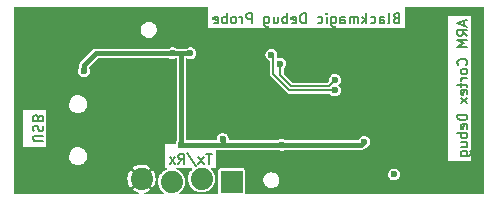
<source format=gbr>
%TF.GenerationSoftware,KiCad,Pcbnew,(6.0.7)*%
%TF.CreationDate,2022-08-30T17:51:16+02:00*%
%TF.ProjectId,blackmagic_richardeoin,626c6163-6b6d-4616-9769-635f72696368,rev?*%
%TF.SameCoordinates,Original*%
%TF.FileFunction,Copper,L2,Bot*%
%TF.FilePolarity,Positive*%
%FSLAX46Y46*%
G04 Gerber Fmt 4.6, Leading zero omitted, Abs format (unit mm)*
G04 Created by KiCad (PCBNEW (6.0.7)) date 2022-08-30 17:51:16*
%MOMM*%
%LPD*%
G01*
G04 APERTURE LIST*
%ADD10C,0.150000*%
%TA.AperFunction,NonConductor*%
%ADD11C,0.150000*%
%TD*%
%TA.AperFunction,ComponentPad*%
%ADD12R,1.879600X1.879600*%
%TD*%
%TA.AperFunction,ComponentPad*%
%ADD13C,1.879600*%
%TD*%
%TA.AperFunction,ViaPad*%
%ADD14C,0.600000*%
%TD*%
%TA.AperFunction,Conductor*%
%ADD15C,0.150000*%
%TD*%
%TA.AperFunction,Conductor*%
%ADD16C,0.400000*%
%TD*%
G04 APERTURE END LIST*
D10*
D11*
X165321547Y-101509523D02*
X164835833Y-101509523D01*
X165078690Y-102359523D02*
X165078690Y-101509523D01*
X164633452Y-102359523D02*
X164188214Y-101792857D01*
X164633452Y-101792857D02*
X164188214Y-102359523D01*
X163257261Y-101469047D02*
X163985833Y-102561904D01*
X162488214Y-102359523D02*
X162771547Y-101954761D01*
X162973928Y-102359523D02*
X162973928Y-101509523D01*
X162650119Y-101509523D01*
X162569166Y-101550000D01*
X162528690Y-101590476D01*
X162488214Y-101671428D01*
X162488214Y-101792857D01*
X162528690Y-101873809D01*
X162569166Y-101914285D01*
X162650119Y-101954761D01*
X162973928Y-101954761D01*
X162204880Y-102359523D02*
X161759642Y-101792857D01*
X162204880Y-101792857D02*
X161759642Y-102359523D01*
D10*
D11*
X151041576Y-100448719D02*
X150353480Y-100448719D01*
X150272528Y-100408242D01*
X150232052Y-100367766D01*
X150191576Y-100286814D01*
X150191576Y-100124909D01*
X150232052Y-100043957D01*
X150272528Y-100003480D01*
X150353480Y-99963004D01*
X151041576Y-99963004D01*
X150232052Y-99598719D02*
X150191576Y-99477290D01*
X150191576Y-99274909D01*
X150232052Y-99193957D01*
X150272528Y-99153480D01*
X150353480Y-99113004D01*
X150434433Y-99113004D01*
X150515385Y-99153480D01*
X150555861Y-99193957D01*
X150596338Y-99274909D01*
X150636814Y-99436814D01*
X150677290Y-99517766D01*
X150717766Y-99558242D01*
X150798719Y-99598719D01*
X150879671Y-99598719D01*
X150960623Y-99558242D01*
X151001100Y-99517766D01*
X151041576Y-99436814D01*
X151041576Y-99234433D01*
X151001100Y-99113004D01*
X150636814Y-98465385D02*
X150596338Y-98343957D01*
X150555861Y-98303480D01*
X150474909Y-98263004D01*
X150353480Y-98263004D01*
X150272528Y-98303480D01*
X150232052Y-98343957D01*
X150191576Y-98424909D01*
X150191576Y-98748719D01*
X151041576Y-98748719D01*
X151041576Y-98465385D01*
X151001100Y-98384433D01*
X150960623Y-98343957D01*
X150879671Y-98303480D01*
X150798719Y-98303480D01*
X150717766Y-98343957D01*
X150677290Y-98384433D01*
X150636814Y-98465385D01*
X150636814Y-98748719D01*
D10*
D11*
X180917885Y-90017885D02*
X180796457Y-90058361D01*
X180755980Y-90098838D01*
X180715504Y-90179790D01*
X180715504Y-90301219D01*
X180755980Y-90382171D01*
X180796457Y-90422647D01*
X180877409Y-90463123D01*
X181201219Y-90463123D01*
X181201219Y-89613123D01*
X180917885Y-89613123D01*
X180836933Y-89653600D01*
X180796457Y-89694076D01*
X180755980Y-89775028D01*
X180755980Y-89855980D01*
X180796457Y-89936933D01*
X180836933Y-89977409D01*
X180917885Y-90017885D01*
X181201219Y-90017885D01*
X180229790Y-90463123D02*
X180310742Y-90422647D01*
X180351219Y-90341695D01*
X180351219Y-89613123D01*
X179541695Y-90463123D02*
X179541695Y-90017885D01*
X179582171Y-89936933D01*
X179663123Y-89896457D01*
X179825028Y-89896457D01*
X179905980Y-89936933D01*
X179541695Y-90422647D02*
X179622647Y-90463123D01*
X179825028Y-90463123D01*
X179905980Y-90422647D01*
X179946457Y-90341695D01*
X179946457Y-90260742D01*
X179905980Y-90179790D01*
X179825028Y-90139314D01*
X179622647Y-90139314D01*
X179541695Y-90098838D01*
X178772647Y-90422647D02*
X178853600Y-90463123D01*
X179015504Y-90463123D01*
X179096457Y-90422647D01*
X179136933Y-90382171D01*
X179177409Y-90301219D01*
X179177409Y-90058361D01*
X179136933Y-89977409D01*
X179096457Y-89936933D01*
X179015504Y-89896457D01*
X178853600Y-89896457D01*
X178772647Y-89936933D01*
X178408361Y-90463123D02*
X178408361Y-89613123D01*
X178327409Y-90139314D02*
X178084552Y-90463123D01*
X178084552Y-89896457D02*
X178408361Y-90220266D01*
X177720266Y-90463123D02*
X177720266Y-89896457D01*
X177720266Y-89977409D02*
X177679790Y-89936933D01*
X177598838Y-89896457D01*
X177477409Y-89896457D01*
X177396457Y-89936933D01*
X177355980Y-90017885D01*
X177355980Y-90463123D01*
X177355980Y-90017885D02*
X177315504Y-89936933D01*
X177234552Y-89896457D01*
X177113123Y-89896457D01*
X177032171Y-89936933D01*
X176991695Y-90017885D01*
X176991695Y-90463123D01*
X176222647Y-90463123D02*
X176222647Y-90017885D01*
X176263123Y-89936933D01*
X176344076Y-89896457D01*
X176505980Y-89896457D01*
X176586933Y-89936933D01*
X176222647Y-90422647D02*
X176303600Y-90463123D01*
X176505980Y-90463123D01*
X176586933Y-90422647D01*
X176627409Y-90341695D01*
X176627409Y-90260742D01*
X176586933Y-90179790D01*
X176505980Y-90139314D01*
X176303600Y-90139314D01*
X176222647Y-90098838D01*
X175453600Y-89896457D02*
X175453600Y-90584552D01*
X175494076Y-90665504D01*
X175534552Y-90705980D01*
X175615504Y-90746457D01*
X175736933Y-90746457D01*
X175817885Y-90705980D01*
X175453600Y-90422647D02*
X175534552Y-90463123D01*
X175696457Y-90463123D01*
X175777409Y-90422647D01*
X175817885Y-90382171D01*
X175858361Y-90301219D01*
X175858361Y-90058361D01*
X175817885Y-89977409D01*
X175777409Y-89936933D01*
X175696457Y-89896457D01*
X175534552Y-89896457D01*
X175453600Y-89936933D01*
X175048838Y-90463123D02*
X175048838Y-89896457D01*
X175048838Y-89613123D02*
X175089314Y-89653600D01*
X175048838Y-89694076D01*
X175008361Y-89653600D01*
X175048838Y-89613123D01*
X175048838Y-89694076D01*
X174279790Y-90422647D02*
X174360742Y-90463123D01*
X174522647Y-90463123D01*
X174603600Y-90422647D01*
X174644076Y-90382171D01*
X174684552Y-90301219D01*
X174684552Y-90058361D01*
X174644076Y-89977409D01*
X174603600Y-89936933D01*
X174522647Y-89896457D01*
X174360742Y-89896457D01*
X174279790Y-89936933D01*
X173267885Y-90463123D02*
X173267885Y-89613123D01*
X173065504Y-89613123D01*
X172944076Y-89653600D01*
X172863123Y-89734552D01*
X172822647Y-89815504D01*
X172782171Y-89977409D01*
X172782171Y-90098838D01*
X172822647Y-90260742D01*
X172863123Y-90341695D01*
X172944076Y-90422647D01*
X173065504Y-90463123D01*
X173267885Y-90463123D01*
X172094076Y-90422647D02*
X172175028Y-90463123D01*
X172336933Y-90463123D01*
X172417885Y-90422647D01*
X172458361Y-90341695D01*
X172458361Y-90017885D01*
X172417885Y-89936933D01*
X172336933Y-89896457D01*
X172175028Y-89896457D01*
X172094076Y-89936933D01*
X172053600Y-90017885D01*
X172053600Y-90098838D01*
X172458361Y-90179790D01*
X171689314Y-90463123D02*
X171689314Y-89613123D01*
X171689314Y-89936933D02*
X171608361Y-89896457D01*
X171446457Y-89896457D01*
X171365504Y-89936933D01*
X171325028Y-89977409D01*
X171284552Y-90058361D01*
X171284552Y-90301219D01*
X171325028Y-90382171D01*
X171365504Y-90422647D01*
X171446457Y-90463123D01*
X171608361Y-90463123D01*
X171689314Y-90422647D01*
X170555980Y-89896457D02*
X170555980Y-90463123D01*
X170920266Y-89896457D02*
X170920266Y-90341695D01*
X170879790Y-90422647D01*
X170798838Y-90463123D01*
X170677409Y-90463123D01*
X170596457Y-90422647D01*
X170555980Y-90382171D01*
X169786933Y-89896457D02*
X169786933Y-90584552D01*
X169827409Y-90665504D01*
X169867885Y-90705980D01*
X169948838Y-90746457D01*
X170070266Y-90746457D01*
X170151219Y-90705980D01*
X169786933Y-90422647D02*
X169867885Y-90463123D01*
X170029790Y-90463123D01*
X170110742Y-90422647D01*
X170151219Y-90382171D01*
X170191695Y-90301219D01*
X170191695Y-90058361D01*
X170151219Y-89977409D01*
X170110742Y-89936933D01*
X170029790Y-89896457D01*
X169867885Y-89896457D01*
X169786933Y-89936933D01*
X168734552Y-90463123D02*
X168734552Y-89613123D01*
X168410742Y-89613123D01*
X168329790Y-89653600D01*
X168289314Y-89694076D01*
X168248838Y-89775028D01*
X168248838Y-89896457D01*
X168289314Y-89977409D01*
X168329790Y-90017885D01*
X168410742Y-90058361D01*
X168734552Y-90058361D01*
X167884552Y-90463123D02*
X167884552Y-89896457D01*
X167884552Y-90058361D02*
X167844076Y-89977409D01*
X167803600Y-89936933D01*
X167722647Y-89896457D01*
X167641695Y-89896457D01*
X167236933Y-90463123D02*
X167317885Y-90422647D01*
X167358361Y-90382171D01*
X167398838Y-90301219D01*
X167398838Y-90058361D01*
X167358361Y-89977409D01*
X167317885Y-89936933D01*
X167236933Y-89896457D01*
X167115504Y-89896457D01*
X167034552Y-89936933D01*
X166994076Y-89977409D01*
X166953600Y-90058361D01*
X166953600Y-90301219D01*
X166994076Y-90382171D01*
X167034552Y-90422647D01*
X167115504Y-90463123D01*
X167236933Y-90463123D01*
X166589314Y-90463123D02*
X166589314Y-89613123D01*
X166589314Y-89936933D02*
X166508361Y-89896457D01*
X166346457Y-89896457D01*
X166265504Y-89936933D01*
X166225028Y-89977409D01*
X166184552Y-90058361D01*
X166184552Y-90301219D01*
X166225028Y-90382171D01*
X166265504Y-90422647D01*
X166346457Y-90463123D01*
X166508361Y-90463123D01*
X166589314Y-90422647D01*
X165496457Y-90422647D02*
X165577409Y-90463123D01*
X165739314Y-90463123D01*
X165820266Y-90422647D01*
X165860742Y-90341695D01*
X165860742Y-90017885D01*
X165820266Y-89936933D01*
X165739314Y-89896457D01*
X165577409Y-89896457D01*
X165496457Y-89936933D01*
X165455980Y-90017885D01*
X165455980Y-90098838D01*
X165860742Y-90179790D01*
D10*
D11*
X186717766Y-90263004D02*
X186717766Y-90667766D01*
X186960623Y-90182052D02*
X186110623Y-90465385D01*
X186960623Y-90748719D01*
X186960623Y-91517766D02*
X186555861Y-91234433D01*
X186960623Y-91032052D02*
X186110623Y-91032052D01*
X186110623Y-91355861D01*
X186151100Y-91436814D01*
X186191576Y-91477290D01*
X186272528Y-91517766D01*
X186393957Y-91517766D01*
X186474909Y-91477290D01*
X186515385Y-91436814D01*
X186555861Y-91355861D01*
X186555861Y-91032052D01*
X186960623Y-91882052D02*
X186110623Y-91882052D01*
X186717766Y-92165385D01*
X186110623Y-92448719D01*
X186960623Y-92448719D01*
X186879671Y-93986814D02*
X186920147Y-93946338D01*
X186960623Y-93824909D01*
X186960623Y-93743957D01*
X186920147Y-93622528D01*
X186839195Y-93541576D01*
X186758242Y-93501100D01*
X186596338Y-93460623D01*
X186474909Y-93460623D01*
X186313004Y-93501100D01*
X186232052Y-93541576D01*
X186151100Y-93622528D01*
X186110623Y-93743957D01*
X186110623Y-93824909D01*
X186151100Y-93946338D01*
X186191576Y-93986814D01*
X186960623Y-94472528D02*
X186920147Y-94391576D01*
X186879671Y-94351100D01*
X186798719Y-94310623D01*
X186555861Y-94310623D01*
X186474909Y-94351100D01*
X186434433Y-94391576D01*
X186393957Y-94472528D01*
X186393957Y-94593957D01*
X186434433Y-94674909D01*
X186474909Y-94715385D01*
X186555861Y-94755861D01*
X186798719Y-94755861D01*
X186879671Y-94715385D01*
X186920147Y-94674909D01*
X186960623Y-94593957D01*
X186960623Y-94472528D01*
X186960623Y-95120147D02*
X186393957Y-95120147D01*
X186555861Y-95120147D02*
X186474909Y-95160623D01*
X186434433Y-95201100D01*
X186393957Y-95282052D01*
X186393957Y-95363004D01*
X186393957Y-95524909D02*
X186393957Y-95848719D01*
X186110623Y-95646338D02*
X186839195Y-95646338D01*
X186920147Y-95686814D01*
X186960623Y-95767766D01*
X186960623Y-95848719D01*
X186920147Y-96455861D02*
X186960623Y-96374909D01*
X186960623Y-96213004D01*
X186920147Y-96132052D01*
X186839195Y-96091576D01*
X186515385Y-96091576D01*
X186434433Y-96132052D01*
X186393957Y-96213004D01*
X186393957Y-96374909D01*
X186434433Y-96455861D01*
X186515385Y-96496338D01*
X186596338Y-96496338D01*
X186677290Y-96091576D01*
X186960623Y-96779671D02*
X186393957Y-97224909D01*
X186393957Y-96779671D02*
X186960623Y-97224909D01*
X186960623Y-98196338D02*
X186110623Y-98196338D01*
X186110623Y-98398719D01*
X186151100Y-98520147D01*
X186232052Y-98601100D01*
X186313004Y-98641576D01*
X186474909Y-98682052D01*
X186596338Y-98682052D01*
X186758242Y-98641576D01*
X186839195Y-98601100D01*
X186920147Y-98520147D01*
X186960623Y-98398719D01*
X186960623Y-98196338D01*
X186920147Y-99370147D02*
X186960623Y-99289195D01*
X186960623Y-99127290D01*
X186920147Y-99046338D01*
X186839195Y-99005861D01*
X186515385Y-99005861D01*
X186434433Y-99046338D01*
X186393957Y-99127290D01*
X186393957Y-99289195D01*
X186434433Y-99370147D01*
X186515385Y-99410623D01*
X186596338Y-99410623D01*
X186677290Y-99005861D01*
X186960623Y-99774909D02*
X186110623Y-99774909D01*
X186434433Y-99774909D02*
X186393957Y-99855861D01*
X186393957Y-100017766D01*
X186434433Y-100098719D01*
X186474909Y-100139195D01*
X186555861Y-100179671D01*
X186798719Y-100179671D01*
X186879671Y-100139195D01*
X186920147Y-100098719D01*
X186960623Y-100017766D01*
X186960623Y-99855861D01*
X186920147Y-99774909D01*
X186393957Y-100908242D02*
X186960623Y-100908242D01*
X186393957Y-100543957D02*
X186839195Y-100543957D01*
X186920147Y-100584433D01*
X186960623Y-100665385D01*
X186960623Y-100786814D01*
X186920147Y-100867766D01*
X186879671Y-100908242D01*
X186393957Y-101677290D02*
X187082052Y-101677290D01*
X187163004Y-101636814D01*
X187203480Y-101596338D01*
X187243957Y-101515385D01*
X187243957Y-101393957D01*
X187203480Y-101313004D01*
X186920147Y-101677290D02*
X186960623Y-101596338D01*
X186960623Y-101434433D01*
X186920147Y-101353480D01*
X186879671Y-101313004D01*
X186798719Y-101272528D01*
X186555861Y-101272528D01*
X186474909Y-101313004D01*
X186434433Y-101353480D01*
X186393957Y-101434433D01*
X186393957Y-101596338D01*
X186434433Y-101677290D01*
D12*
%TO.P,JP1,1*%
%TO.N,3.3V*%
X167001100Y-103880600D03*
D13*
%TO.P,JP1,2*%
%TO.N,TXD*%
X164461100Y-103626600D03*
%TO.P,JP1,3*%
%TO.N,RXD*%
X161921100Y-103880600D03*
%TO.P,JP1,4*%
%TO.N,GND*%
X159381100Y-103626600D03*
%TD*%
D14*
%TO.N,GND*%
X182275000Y-102825000D03*
X154001100Y-104503600D03*
X183001100Y-89503600D03*
X164751100Y-94253600D03*
X149001100Y-94503600D03*
X158001100Y-102003600D03*
%TO.N,LPC_XTAL2*%
X180751100Y-103253600D03*
%TO.N,GND*%
X156751100Y-91003600D03*
X164001100Y-99503600D03*
X188001100Y-89503600D03*
X169251100Y-100003600D03*
X159126100Y-91878600D03*
X178376100Y-104503600D03*
X188001100Y-93503600D03*
X162001100Y-93753600D03*
X175751100Y-94378600D03*
X149001100Y-104503600D03*
X176001100Y-103253600D03*
X149001100Y-99503600D03*
X170001100Y-96753600D03*
X188001100Y-100503600D03*
X188001100Y-104503600D03*
X175751100Y-100003600D03*
%TO.N,RST*%
X175751100Y-95253600D03*
X171126100Y-93878600D03*
%TO.N,TDI*%
X170376100Y-93128600D03*
X175751100Y-96128600D03*
%TO.N,3.3V*%
X162001100Y-93003600D03*
X178251100Y-100503600D03*
X162751100Y-100753600D03*
X166251100Y-100253600D03*
X171251100Y-100753600D03*
X154501100Y-94503600D03*
X163501100Y-93003600D03*
%TD*%
D15*
%TO.N,RST*%
X172001100Y-95753600D02*
X175251100Y-95753600D01*
X171126100Y-94878600D02*
X172001100Y-95753600D01*
X175251100Y-95753600D02*
X175751100Y-95253600D01*
X171126100Y-94878600D02*
X171126100Y-93878600D01*
%TO.N,TDI*%
X170501100Y-94753600D02*
X171876100Y-96128600D01*
X170501100Y-93253600D02*
X170501100Y-94753600D01*
X170376100Y-93128600D02*
X170501100Y-93253600D01*
X171876100Y-96128600D02*
X175751100Y-96128600D01*
D16*
%TO.N,3.3V*%
X178001100Y-100753600D02*
X178251100Y-100503600D01*
X166251100Y-100753600D02*
X166251100Y-100253600D01*
X162751100Y-100753600D02*
X162751100Y-93003600D01*
X154501100Y-94003600D02*
X154501100Y-94503600D01*
X162751100Y-100753600D02*
X166251100Y-100753600D01*
X166251100Y-100753600D02*
X171251100Y-100753600D01*
X163501100Y-93003600D02*
X162751100Y-93003600D01*
X178001100Y-100753600D02*
X171251100Y-100753600D01*
X155501100Y-93003600D02*
X154501100Y-94003600D01*
X162001100Y-93003600D02*
X155501100Y-93003600D01*
X162751100Y-93003600D02*
X162001100Y-93003600D01*
%TD*%
%TA.AperFunction,Conductor*%
%TO.N,GND*%
G36*
X165026490Y-89115086D02*
G01*
X165041076Y-89150300D01*
X165041076Y-90816600D01*
X181701600Y-90816600D01*
X181701600Y-89150300D01*
X181716186Y-89115086D01*
X181751400Y-89100500D01*
X188349700Y-89100500D01*
X188384914Y-89115086D01*
X188399500Y-89150300D01*
X188399500Y-104849700D01*
X188384914Y-104884914D01*
X188349700Y-104899500D01*
X168190259Y-104899500D01*
X168155045Y-104884914D01*
X168140459Y-104849700D01*
X168140699Y-104844818D01*
X168140923Y-104842548D01*
X168141400Y-104840148D01*
X168141400Y-103831810D01*
X169700149Y-103831810D01*
X169738316Y-103990790D01*
X169739692Y-103993455D01*
X169739693Y-103993459D01*
X169789634Y-104090217D01*
X169813304Y-104136076D01*
X169920783Y-104259281D01*
X169923235Y-104261004D01*
X169923238Y-104261007D01*
X169943490Y-104275240D01*
X170054548Y-104353293D01*
X170057341Y-104354382D01*
X170057343Y-104354383D01*
X170104268Y-104372678D01*
X170206876Y-104412683D01*
X170209850Y-104413075D01*
X170209852Y-104413075D01*
X170311526Y-104426461D01*
X170331573Y-104429100D01*
X170417096Y-104429100D01*
X170418588Y-104428919D01*
X170418595Y-104428919D01*
X170493270Y-104419882D01*
X170538413Y-104414419D01*
X170541221Y-104413358D01*
X170541225Y-104413357D01*
X170688548Y-104357688D01*
X170688550Y-104357687D01*
X170691355Y-104356627D01*
X170694621Y-104354383D01*
X170763599Y-104306975D01*
X170826097Y-104264021D01*
X170828092Y-104261782D01*
X170932865Y-104144188D01*
X170932868Y-104144184D01*
X170934860Y-104141948D01*
X170936771Y-104138340D01*
X171004222Y-104010945D01*
X171011365Y-103997455D01*
X171051195Y-103838884D01*
X171051333Y-103812643D01*
X171051880Y-103708022D01*
X171052051Y-103675390D01*
X171013884Y-103516410D01*
X171012508Y-103513745D01*
X171012507Y-103513741D01*
X170946606Y-103386061D01*
X170938896Y-103371124D01*
X170831417Y-103247919D01*
X170830711Y-103247423D01*
X180245491Y-103247423D01*
X180264080Y-103389579D01*
X180271333Y-103406062D01*
X180318713Y-103513741D01*
X180321820Y-103520803D01*
X180324104Y-103523520D01*
X180387471Y-103598904D01*
X180414070Y-103630548D01*
X180533413Y-103709990D01*
X180536801Y-103711048D01*
X180536802Y-103711049D01*
X180560953Y-103718594D01*
X180670257Y-103752742D01*
X180673802Y-103752807D01*
X180810051Y-103755305D01*
X180813599Y-103755370D01*
X180951917Y-103717660D01*
X181074091Y-103642645D01*
X181170300Y-103536354D01*
X181232810Y-103407333D01*
X181256596Y-103265954D01*
X181256747Y-103253600D01*
X181255934Y-103247919D01*
X181236926Y-103115194D01*
X181236423Y-103111682D01*
X181186958Y-103002888D01*
X181178552Y-102984400D01*
X181178551Y-102984398D01*
X181177084Y-102981172D01*
X181174773Y-102978490D01*
X181174771Y-102978487D01*
X181091529Y-102881881D01*
X181083500Y-102872563D01*
X181080525Y-102870635D01*
X181080522Y-102870632D01*
X180972052Y-102800326D01*
X180963195Y-102794585D01*
X180825839Y-102753507D01*
X180822292Y-102753485D01*
X180822290Y-102753485D01*
X180756705Y-102753085D01*
X180682476Y-102752631D01*
X180544629Y-102792028D01*
X180423380Y-102868530D01*
X180421031Y-102871190D01*
X180331760Y-102972271D01*
X180328477Y-102975988D01*
X180302980Y-103030294D01*
X180269055Y-103102550D01*
X180269054Y-103102553D01*
X180267547Y-103105763D01*
X180245491Y-103247423D01*
X170830711Y-103247423D01*
X170828965Y-103246196D01*
X170828962Y-103246193D01*
X170720958Y-103170287D01*
X170697652Y-103153907D01*
X170694859Y-103152818D01*
X170694857Y-103152817D01*
X170642262Y-103132311D01*
X170545324Y-103094517D01*
X170542350Y-103094125D01*
X170542348Y-103094125D01*
X170422237Y-103078312D01*
X170422238Y-103078312D01*
X170420627Y-103078100D01*
X170335104Y-103078100D01*
X170333612Y-103078281D01*
X170333605Y-103078281D01*
X170258930Y-103087318D01*
X170213787Y-103092781D01*
X170210979Y-103093842D01*
X170210975Y-103093843D01*
X170063652Y-103149512D01*
X170063650Y-103149513D01*
X170060845Y-103150573D01*
X170058373Y-103152272D01*
X170058371Y-103152273D01*
X170055994Y-103153907D01*
X169926103Y-103243179D01*
X169924109Y-103245417D01*
X169924108Y-103245418D01*
X169819335Y-103363012D01*
X169819332Y-103363016D01*
X169817340Y-103365252D01*
X169815939Y-103367898D01*
X169815937Y-103367901D01*
X169788256Y-103420182D01*
X169740835Y-103509745D01*
X169701005Y-103668316D01*
X169700989Y-103671320D01*
X169700989Y-103671322D01*
X169700797Y-103708022D01*
X169700149Y-103831810D01*
X168141400Y-103831810D01*
X168141400Y-102921052D01*
X168140923Y-102918653D01*
X168130724Y-102867379D01*
X168130724Y-102867378D01*
X168129767Y-102862569D01*
X168085452Y-102796248D01*
X168079137Y-102792028D01*
X168023209Y-102754658D01*
X168019131Y-102751933D01*
X168014322Y-102750976D01*
X168014321Y-102750976D01*
X167963047Y-102740777D01*
X167963045Y-102740777D01*
X167960648Y-102740300D01*
X166041552Y-102740300D01*
X166039155Y-102740777D01*
X166039153Y-102740777D01*
X165987879Y-102750976D01*
X165987878Y-102750976D01*
X165983069Y-102751933D01*
X165978991Y-102754658D01*
X165923064Y-102792028D01*
X165916748Y-102796248D01*
X165872433Y-102862569D01*
X165871476Y-102867378D01*
X165871476Y-102867379D01*
X165861277Y-102918653D01*
X165860800Y-102921052D01*
X165860800Y-104840148D01*
X165861277Y-104842548D01*
X165861501Y-104844818D01*
X165850438Y-104881292D01*
X165816823Y-104899260D01*
X165811941Y-104899500D01*
X162617173Y-104899500D01*
X162581959Y-104884914D01*
X162567373Y-104849700D01*
X162581959Y-104814486D01*
X162585329Y-104811412D01*
X162729109Y-104691831D01*
X162730868Y-104690368D01*
X162746429Y-104671658D01*
X162863416Y-104530997D01*
X162863417Y-104530995D01*
X162864877Y-104529240D01*
X162871970Y-104516576D01*
X162966158Y-104348391D01*
X162966159Y-104348389D01*
X162967279Y-104346389D01*
X163034643Y-104147938D01*
X163064716Y-103940534D01*
X163066285Y-103880600D01*
X163047109Y-103671907D01*
X163046097Y-103668316D01*
X162990842Y-103472399D01*
X162990841Y-103472395D01*
X162990222Y-103470202D01*
X162897531Y-103282242D01*
X162772138Y-103114322D01*
X162770466Y-103112776D01*
X162770462Y-103112772D01*
X162619920Y-102973613D01*
X162619918Y-102973612D01*
X162618244Y-102972064D01*
X162441003Y-102860233D01*
X162438880Y-102859386D01*
X162312725Y-102809055D01*
X162285423Y-102782458D01*
X162284924Y-102744346D01*
X162311521Y-102717044D01*
X162331179Y-102713000D01*
X163640982Y-102713000D01*
X163676196Y-102727586D01*
X163690782Y-102762800D01*
X163673817Y-102800242D01*
X163630412Y-102838307D01*
X163629001Y-102840097D01*
X163628998Y-102840100D01*
X163525927Y-102970846D01*
X163500667Y-103002888D01*
X163499605Y-103004906D01*
X163499604Y-103004908D01*
X163414809Y-103166078D01*
X163403087Y-103188357D01*
X163340940Y-103388503D01*
X163340672Y-103390767D01*
X163340671Y-103390772D01*
X163316739Y-103592970D01*
X163316307Y-103596623D01*
X163316456Y-103598898D01*
X163316456Y-103598904D01*
X163324240Y-103717660D01*
X163330014Y-103805746D01*
X163381601Y-104008871D01*
X163382557Y-104010944D01*
X163382557Y-104010945D01*
X163404006Y-104057470D01*
X163469341Y-104199192D01*
X163590294Y-104370338D01*
X163591928Y-104371929D01*
X163591929Y-104371931D01*
X163738774Y-104514981D01*
X163738778Y-104514984D01*
X163740412Y-104516576D01*
X163742312Y-104517845D01*
X163742315Y-104517848D01*
X163912767Y-104631740D01*
X163914665Y-104633008D01*
X164044079Y-104688609D01*
X164105118Y-104714834D01*
X164105120Y-104714835D01*
X164107218Y-104715736D01*
X164109444Y-104716240D01*
X164109448Y-104716241D01*
X164309394Y-104761484D01*
X164309398Y-104761485D01*
X164311623Y-104761988D01*
X164313900Y-104762077D01*
X164313904Y-104762078D01*
X164411254Y-104765903D01*
X164521034Y-104770216D01*
X164523288Y-104769889D01*
X164523292Y-104769889D01*
X164726183Y-104740470D01*
X164728438Y-104740143D01*
X164926889Y-104672779D01*
X165010542Y-104625931D01*
X165107746Y-104571494D01*
X165107748Y-104571492D01*
X165109740Y-104570377D01*
X165120509Y-104561421D01*
X165269109Y-104437831D01*
X165270868Y-104436368D01*
X165338602Y-104354927D01*
X165403416Y-104276997D01*
X165403417Y-104276995D01*
X165404877Y-104275240D01*
X165410209Y-104265720D01*
X165506158Y-104094391D01*
X165506159Y-104094389D01*
X165507279Y-104092389D01*
X165574643Y-103893938D01*
X165604716Y-103686534D01*
X165606285Y-103626600D01*
X165587109Y-103417907D01*
X165585031Y-103410537D01*
X165530842Y-103218399D01*
X165530841Y-103218395D01*
X165530222Y-103216202D01*
X165437531Y-103028242D01*
X165312138Y-102860322D01*
X165246199Y-102799368D01*
X165230241Y-102764755D01*
X165243434Y-102728996D01*
X165280003Y-102713000D01*
X165700500Y-102713000D01*
X165700500Y-102132671D01*
X185319600Y-102132671D01*
X187314100Y-102132671D01*
X187314100Y-89803100D01*
X185319600Y-89803100D01*
X185319600Y-102132671D01*
X165700500Y-102132671D01*
X165700500Y-101203900D01*
X165715086Y-101168686D01*
X165750300Y-101154100D01*
X166215661Y-101154100D01*
X166223452Y-101154713D01*
X166251100Y-101159092D01*
X166254970Y-101158479D01*
X166278749Y-101154713D01*
X166286539Y-101154100D01*
X170934392Y-101154100D01*
X170961988Y-101162445D01*
X171033413Y-101209990D01*
X171036801Y-101211048D01*
X171036802Y-101211049D01*
X171164591Y-101250972D01*
X171170257Y-101252742D01*
X171173802Y-101252807D01*
X171310051Y-101255305D01*
X171313599Y-101255370D01*
X171320565Y-101253471D01*
X171337433Y-101248872D01*
X171451917Y-101217660D01*
X171543447Y-101161461D01*
X171569503Y-101154100D01*
X178064533Y-101154100D01*
X178068262Y-101152888D01*
X178068264Y-101152888D01*
X178079709Y-101149169D01*
X178091157Y-101145449D01*
X178098750Y-101143626D01*
X178126404Y-101139246D01*
X178129896Y-101137467D01*
X178129898Y-101137466D01*
X178140621Y-101132002D01*
X178151347Y-101126537D01*
X178158560Y-101123549D01*
X178170014Y-101119827D01*
X178181464Y-101116107D01*
X178181466Y-101116106D01*
X178185190Y-101114896D01*
X178207841Y-101098439D01*
X178214504Y-101094356D01*
X178239442Y-101081650D01*
X178262005Y-101059087D01*
X178262009Y-101059084D01*
X178307166Y-101013927D01*
X178329281Y-101001095D01*
X178391740Y-100984066D01*
X178451917Y-100967660D01*
X178574091Y-100892645D01*
X178670300Y-100786354D01*
X178732810Y-100657333D01*
X178756596Y-100515954D01*
X178756747Y-100503600D01*
X178736423Y-100361682D01*
X178703299Y-100288829D01*
X178678552Y-100234400D01*
X178678551Y-100234398D01*
X178677084Y-100231172D01*
X178674773Y-100228490D01*
X178674771Y-100228487D01*
X178585815Y-100125250D01*
X178583500Y-100122563D01*
X178580525Y-100120635D01*
X178580522Y-100120632D01*
X178505888Y-100072257D01*
X178463195Y-100044585D01*
X178325839Y-100003507D01*
X178322292Y-100003485D01*
X178322290Y-100003485D01*
X178256705Y-100003085D01*
X178182476Y-100002631D01*
X178044629Y-100042028D01*
X177923380Y-100118530D01*
X177828477Y-100225988D01*
X177798600Y-100289623D01*
X177782241Y-100324465D01*
X177754072Y-100350141D01*
X177737162Y-100353100D01*
X171568200Y-100353100D01*
X171541113Y-100345089D01*
X171509294Y-100324465D01*
X171463195Y-100294585D01*
X171325839Y-100253507D01*
X171322292Y-100253485D01*
X171322290Y-100253485D01*
X171256705Y-100253085D01*
X171182476Y-100252631D01*
X171044629Y-100292028D01*
X171036998Y-100296843D01*
X170960012Y-100345417D01*
X170933438Y-100353100D01*
X166800813Y-100353100D01*
X166765599Y-100338514D01*
X166751013Y-100303300D01*
X166751703Y-100295038D01*
X166756277Y-100267850D01*
X166756596Y-100265954D01*
X166756747Y-100253600D01*
X166737133Y-100116636D01*
X166736926Y-100115194D01*
X166736423Y-100111682D01*
X166703299Y-100038829D01*
X166678552Y-99984400D01*
X166678551Y-99984398D01*
X166677084Y-99981172D01*
X166674773Y-99978490D01*
X166674771Y-99978487D01*
X166585815Y-99875250D01*
X166583500Y-99872563D01*
X166580525Y-99870635D01*
X166580522Y-99870632D01*
X166505888Y-99822257D01*
X166463195Y-99794585D01*
X166325839Y-99753507D01*
X166322292Y-99753485D01*
X166322290Y-99753485D01*
X166256705Y-99753085D01*
X166182476Y-99752631D01*
X166044629Y-99792028D01*
X165923380Y-99868530D01*
X165828477Y-99975988D01*
X165797929Y-100041053D01*
X165769055Y-100102550D01*
X165769054Y-100102553D01*
X165767547Y-100105763D01*
X165745491Y-100247423D01*
X165746420Y-100254524D01*
X165751953Y-100296843D01*
X165742055Y-100333651D01*
X165709030Y-100352680D01*
X165702573Y-100353100D01*
X163201400Y-100353100D01*
X163166186Y-100338514D01*
X163151600Y-100303300D01*
X163151600Y-93465221D01*
X163166186Y-93430007D01*
X163201400Y-93415421D01*
X163228994Y-93423766D01*
X163283413Y-93459990D01*
X163286801Y-93461048D01*
X163286802Y-93461049D01*
X163412280Y-93500250D01*
X163420257Y-93502742D01*
X163423802Y-93502807D01*
X163560051Y-93505305D01*
X163563599Y-93505370D01*
X163701917Y-93467660D01*
X163824091Y-93392645D01*
X163920300Y-93286354D01*
X163982810Y-93157333D01*
X163988683Y-93122423D01*
X169870491Y-93122423D01*
X169889080Y-93264579D01*
X169898299Y-93285531D01*
X169942693Y-93386423D01*
X169946820Y-93395803D01*
X169965957Y-93418569D01*
X170034617Y-93500250D01*
X170039070Y-93505548D01*
X170158413Y-93584990D01*
X170161801Y-93586048D01*
X170161802Y-93586049D01*
X170176974Y-93590789D01*
X170190650Y-93595061D01*
X170219912Y-93619484D01*
X170225600Y-93642595D01*
X170225600Y-94721563D01*
X170224643Y-94731279D01*
X170220203Y-94753600D01*
X170225600Y-94780732D01*
X170225600Y-94780733D01*
X170241585Y-94861095D01*
X170302476Y-94952224D01*
X170306554Y-94954949D01*
X170306556Y-94954951D01*
X170321398Y-94964868D01*
X170328945Y-94971061D01*
X171658639Y-96300755D01*
X171664832Y-96308302D01*
X171674749Y-96323144D01*
X171674751Y-96323146D01*
X171677476Y-96327224D01*
X171700477Y-96342593D01*
X171700478Y-96342594D01*
X171768606Y-96388116D01*
X171773418Y-96389073D01*
X171773420Y-96389074D01*
X171871289Y-96408540D01*
X171876100Y-96409497D01*
X171880911Y-96408540D01*
X171880912Y-96408540D01*
X171898423Y-96405057D01*
X171908138Y-96404100D01*
X175305598Y-96404100D01*
X175340812Y-96418686D01*
X175343719Y-96421856D01*
X175414070Y-96505548D01*
X175533413Y-96584990D01*
X175536801Y-96586048D01*
X175536802Y-96586049D01*
X175666870Y-96626684D01*
X175670257Y-96627742D01*
X175673802Y-96627807D01*
X175810051Y-96630305D01*
X175813599Y-96630370D01*
X175951917Y-96592660D01*
X176074091Y-96517645D01*
X176160794Y-96421856D01*
X176167916Y-96413988D01*
X176167916Y-96413987D01*
X176170300Y-96411354D01*
X176232810Y-96282333D01*
X176256596Y-96140954D01*
X176256747Y-96128600D01*
X176236423Y-95986682D01*
X176177084Y-95856172D01*
X176174773Y-95853490D01*
X176174771Y-95853487D01*
X176085815Y-95750250D01*
X176083500Y-95747563D01*
X176062029Y-95733646D01*
X176040413Y-95702253D01*
X176047327Y-95664770D01*
X176063057Y-95649420D01*
X176074091Y-95642645D01*
X176170300Y-95536354D01*
X176232810Y-95407333D01*
X176256596Y-95265954D01*
X176256747Y-95253600D01*
X176236423Y-95111682D01*
X176188057Y-95005305D01*
X176178552Y-94984400D01*
X176178551Y-94984398D01*
X176177084Y-94981172D01*
X176174773Y-94978490D01*
X176174771Y-94978487D01*
X176085815Y-94875250D01*
X176083500Y-94872563D01*
X176080525Y-94870635D01*
X176080522Y-94870632D01*
X176005888Y-94822257D01*
X175963195Y-94794585D01*
X175825839Y-94753507D01*
X175822292Y-94753485D01*
X175822290Y-94753485D01*
X175756705Y-94753085D01*
X175682476Y-94752631D01*
X175544629Y-94792028D01*
X175423380Y-94868530D01*
X175385553Y-94911361D01*
X175338298Y-94964868D01*
X175328477Y-94975988D01*
X175315121Y-95004436D01*
X175269055Y-95102550D01*
X175269054Y-95102553D01*
X175267547Y-95105763D01*
X175245491Y-95247423D01*
X175248162Y-95267849D01*
X175256438Y-95331141D01*
X175246540Y-95367949D01*
X175242272Y-95372812D01*
X175151570Y-95463514D01*
X175116356Y-95478100D01*
X172135844Y-95478100D01*
X172100630Y-95463514D01*
X171416186Y-94779070D01*
X171401600Y-94743856D01*
X171401600Y-94324666D01*
X171416186Y-94289452D01*
X171425342Y-94282227D01*
X171446070Y-94269500D01*
X171449091Y-94267645D01*
X171451471Y-94265016D01*
X171451473Y-94265014D01*
X171542916Y-94163988D01*
X171542916Y-94163987D01*
X171545300Y-94161354D01*
X171607810Y-94032333D01*
X171631596Y-93890954D01*
X171631747Y-93878600D01*
X171627632Y-93849862D01*
X171611926Y-93740194D01*
X171611423Y-93736682D01*
X171578299Y-93663829D01*
X171553552Y-93609400D01*
X171553551Y-93609398D01*
X171552084Y-93606172D01*
X171549773Y-93603490D01*
X171549771Y-93603487D01*
X171463039Y-93502831D01*
X171458500Y-93497563D01*
X171455525Y-93495635D01*
X171455522Y-93495632D01*
X171368653Y-93439327D01*
X171338195Y-93419585D01*
X171200839Y-93378507D01*
X171197292Y-93378485D01*
X171197290Y-93378485D01*
X171131705Y-93378085D01*
X171057476Y-93377631D01*
X170919629Y-93417028D01*
X170883965Y-93439530D01*
X170846402Y-93445985D01*
X170815275Y-93423987D01*
X170808820Y-93386423D01*
X170812575Y-93375700D01*
X170856261Y-93285531D01*
X170856262Y-93285528D01*
X170857810Y-93282333D01*
X170881596Y-93140954D01*
X170881747Y-93128600D01*
X170865340Y-93014030D01*
X170861926Y-92990194D01*
X170861423Y-92986682D01*
X170806186Y-92865194D01*
X170803552Y-92859400D01*
X170803551Y-92859398D01*
X170802084Y-92856172D01*
X170799773Y-92853490D01*
X170799771Y-92853487D01*
X170710815Y-92750250D01*
X170708500Y-92747563D01*
X170705525Y-92745635D01*
X170705522Y-92745632D01*
X170630888Y-92697257D01*
X170588195Y-92669585D01*
X170450839Y-92628507D01*
X170447292Y-92628485D01*
X170447290Y-92628485D01*
X170381705Y-92628085D01*
X170307476Y-92627631D01*
X170169629Y-92667028D01*
X170048380Y-92743530D01*
X169953477Y-92850988D01*
X169921406Y-92919296D01*
X169894055Y-92977550D01*
X169894054Y-92977553D01*
X169892547Y-92980763D01*
X169870491Y-93122423D01*
X163988683Y-93122423D01*
X164006596Y-93015954D01*
X164006747Y-93003600D01*
X163986423Y-92861682D01*
X163935758Y-92750250D01*
X163928552Y-92734400D01*
X163928551Y-92734398D01*
X163927084Y-92731172D01*
X163924773Y-92728490D01*
X163924771Y-92728487D01*
X163864689Y-92658760D01*
X163833500Y-92622563D01*
X163830525Y-92620635D01*
X163830522Y-92620632D01*
X163755888Y-92572257D01*
X163713195Y-92544585D01*
X163575839Y-92503507D01*
X163572292Y-92503485D01*
X163572290Y-92503485D01*
X163506705Y-92503085D01*
X163432476Y-92502631D01*
X163294629Y-92542028D01*
X163210532Y-92595089D01*
X163210012Y-92595417D01*
X163183438Y-92603100D01*
X162786539Y-92603100D01*
X162778749Y-92602487D01*
X162754970Y-92598721D01*
X162751100Y-92598108D01*
X162747230Y-92598721D01*
X162723451Y-92602487D01*
X162715661Y-92603100D01*
X162318200Y-92603100D01*
X162291113Y-92595089D01*
X162262287Y-92576405D01*
X162213195Y-92544585D01*
X162075839Y-92503507D01*
X162072292Y-92503485D01*
X162072290Y-92503485D01*
X162006705Y-92503085D01*
X161932476Y-92502631D01*
X161794629Y-92542028D01*
X161710532Y-92595089D01*
X161710012Y-92595417D01*
X161683438Y-92603100D01*
X155437667Y-92603100D01*
X155433944Y-92604310D01*
X155433942Y-92604310D01*
X155411041Y-92611751D01*
X155403443Y-92613575D01*
X155394416Y-92615005D01*
X155375796Y-92617954D01*
X155361477Y-92625250D01*
X155350857Y-92630661D01*
X155343639Y-92633650D01*
X155320741Y-92641090D01*
X155320735Y-92641093D01*
X155317011Y-92642303D01*
X155313842Y-92644606D01*
X155313841Y-92644606D01*
X155294360Y-92658760D01*
X155287699Y-92662842D01*
X155262758Y-92675550D01*
X155240195Y-92698113D01*
X155240191Y-92698116D01*
X154195616Y-93742691D01*
X154195613Y-93742695D01*
X154173050Y-93765258D01*
X154160344Y-93790196D01*
X154156261Y-93796859D01*
X154139804Y-93819510D01*
X154138594Y-93823234D01*
X154138593Y-93823236D01*
X154131153Y-93846136D01*
X154128163Y-93853353D01*
X154115454Y-93878296D01*
X154113149Y-93892849D01*
X154111075Y-93905947D01*
X154109251Y-93913543D01*
X154100600Y-93940167D01*
X154100600Y-94182095D01*
X154088127Y-94215060D01*
X154080828Y-94223325D01*
X154080826Y-94223329D01*
X154078477Y-94225988D01*
X154060154Y-94265014D01*
X154019055Y-94352550D01*
X154019054Y-94352553D01*
X154017547Y-94355763D01*
X153995491Y-94497423D01*
X154014080Y-94639579D01*
X154021892Y-94657333D01*
X154069040Y-94764484D01*
X154071820Y-94770803D01*
X154090957Y-94793569D01*
X154159617Y-94875250D01*
X154164070Y-94880548D01*
X154283413Y-94959990D01*
X154286801Y-94961048D01*
X154286802Y-94961049D01*
X154361546Y-94984400D01*
X154420257Y-95002742D01*
X154423802Y-95002807D01*
X154560051Y-95005305D01*
X154563599Y-95005370D01*
X154701917Y-94967660D01*
X154824091Y-94892645D01*
X154913449Y-94793923D01*
X154917916Y-94788988D01*
X154917916Y-94788987D01*
X154920300Y-94786354D01*
X154982810Y-94657333D01*
X155006596Y-94515954D01*
X155006747Y-94503600D01*
X154986423Y-94361682D01*
X154927084Y-94231172D01*
X154916923Y-94219380D01*
X154904986Y-94183182D01*
X154919435Y-94151658D01*
X155652407Y-93418686D01*
X155687621Y-93404100D01*
X161684392Y-93404100D01*
X161711987Y-93412445D01*
X161738370Y-93430007D01*
X161783413Y-93459990D01*
X161786801Y-93461048D01*
X161786802Y-93461049D01*
X161912280Y-93500250D01*
X161920257Y-93502742D01*
X161923802Y-93502807D01*
X162060051Y-93505305D01*
X162063599Y-93505370D01*
X162201917Y-93467660D01*
X162248062Y-93439327D01*
X162274743Y-93422945D01*
X162312383Y-93416950D01*
X162343239Y-93439327D01*
X162350600Y-93465384D01*
X162350600Y-100432095D01*
X162338127Y-100465060D01*
X162330828Y-100473325D01*
X162330826Y-100473329D01*
X162328477Y-100475988D01*
X162315513Y-100503600D01*
X162269055Y-100602550D01*
X162269054Y-100602553D01*
X162267547Y-100605763D01*
X162267001Y-100609272D01*
X162256555Y-100676361D01*
X162236725Y-100708912D01*
X162207348Y-100718500D01*
X161385214Y-100718500D01*
X161385214Y-102713000D01*
X161512363Y-102713000D01*
X161547577Y-102727586D01*
X161562163Y-102762800D01*
X161547577Y-102798014D01*
X161529600Y-102809522D01*
X161428085Y-102846973D01*
X161426120Y-102848142D01*
X161249943Y-102952956D01*
X161249940Y-102952958D01*
X161247977Y-102954126D01*
X161223048Y-102975988D01*
X161106406Y-103078281D01*
X161090412Y-103092307D01*
X161089001Y-103094097D01*
X161088998Y-103094100D01*
X160994356Y-103214154D01*
X160960667Y-103256888D01*
X160959605Y-103258906D01*
X160959604Y-103258908D01*
X160874754Y-103420182D01*
X160863087Y-103442357D01*
X160800940Y-103642503D01*
X160800672Y-103644767D01*
X160800671Y-103644772D01*
X160776575Y-103848356D01*
X160776307Y-103850623D01*
X160776456Y-103852898D01*
X160776456Y-103852904D01*
X160779808Y-103904041D01*
X160790014Y-104059746D01*
X160841601Y-104262871D01*
X160842557Y-104264944D01*
X160842557Y-104264945D01*
X160883789Y-104354383D01*
X160929341Y-104453192D01*
X161050294Y-104624338D01*
X161051928Y-104625929D01*
X161051929Y-104625931D01*
X161198774Y-104768981D01*
X161198778Y-104768984D01*
X161200412Y-104770576D01*
X161202312Y-104771845D01*
X161202315Y-104771848D01*
X161235045Y-104793717D01*
X161246137Y-104801128D01*
X161256860Y-104808293D01*
X161278036Y-104839984D01*
X161270600Y-104877367D01*
X161238909Y-104898543D01*
X161229193Y-104899500D01*
X159607191Y-104899500D01*
X159571977Y-104884914D01*
X159557391Y-104849700D01*
X159571977Y-104814486D01*
X159600045Y-104800415D01*
X159658541Y-104791934D01*
X159662950Y-104790875D01*
X159866248Y-104721865D01*
X159870416Y-104720009D01*
X160057724Y-104615112D01*
X160061475Y-104612534D01*
X160122930Y-104561421D01*
X160126461Y-104554710D01*
X160124790Y-104549329D01*
X159388104Y-103812643D01*
X159381100Y-103809742D01*
X159374096Y-103812643D01*
X158635264Y-104551475D01*
X158632363Y-104558479D01*
X158633933Y-104562270D01*
X158807513Y-104678252D01*
X158811507Y-104680420D01*
X159008763Y-104765169D01*
X159013093Y-104766576D01*
X159165792Y-104801128D01*
X159196918Y-104823126D01*
X159203373Y-104860691D01*
X159181375Y-104891817D01*
X159154801Y-104899500D01*
X148650300Y-104899500D01*
X148615086Y-104884914D01*
X148600500Y-104849700D01*
X148600500Y-103597518D01*
X158183549Y-103597518D01*
X158197591Y-103811750D01*
X158198301Y-103816234D01*
X158251150Y-104024328D01*
X158252665Y-104028607D01*
X158342551Y-104223585D01*
X158344821Y-104227516D01*
X158445244Y-104369613D01*
X158451654Y-104373657D01*
X158455983Y-104372678D01*
X159195057Y-103633604D01*
X159197958Y-103626600D01*
X159564242Y-103626600D01*
X159567143Y-103633604D01*
X160302582Y-104369043D01*
X160309586Y-104371944D01*
X160314792Y-104369788D01*
X160367034Y-104306975D01*
X160369612Y-104303224D01*
X160474509Y-104115916D01*
X160476365Y-104111748D01*
X160545375Y-103908450D01*
X160546434Y-103904041D01*
X160577359Y-103690750D01*
X160577607Y-103687841D01*
X160579173Y-103628061D01*
X160579077Y-103625143D01*
X160559358Y-103410537D01*
X160558529Y-103406062D01*
X160500253Y-103199432D01*
X160498623Y-103195187D01*
X160403670Y-103002641D01*
X160401289Y-102998756D01*
X160316027Y-102884576D01*
X160309511Y-102880699D01*
X160304858Y-102881881D01*
X159567143Y-103619596D01*
X159564242Y-103626600D01*
X159197958Y-103626600D01*
X159195057Y-103619596D01*
X158459653Y-102884192D01*
X158452649Y-102881291D01*
X158447846Y-102883280D01*
X158377692Y-102972271D01*
X158375217Y-102976082D01*
X158275255Y-103166078D01*
X158273512Y-103170287D01*
X158209849Y-103375317D01*
X158208902Y-103379768D01*
X158183668Y-103592970D01*
X158183549Y-103597518D01*
X148600500Y-103597518D01*
X148600500Y-102696905D01*
X158635557Y-102696905D01*
X158638643Y-102705104D01*
X159374096Y-103440557D01*
X159381100Y-103443458D01*
X159388104Y-103440557D01*
X160125349Y-102703312D01*
X160128030Y-102696840D01*
X160124704Y-102689237D01*
X160112141Y-102677625D01*
X160108533Y-102674857D01*
X159926967Y-102560297D01*
X159922908Y-102558228D01*
X159723502Y-102478674D01*
X159719142Y-102477382D01*
X159508576Y-102435497D01*
X159504057Y-102435022D01*
X159289382Y-102432212D01*
X159284845Y-102432569D01*
X159073254Y-102468928D01*
X159068865Y-102470104D01*
X158867441Y-102544413D01*
X158863335Y-102546372D01*
X158678834Y-102656138D01*
X158675150Y-102658814D01*
X158638485Y-102690968D01*
X158635557Y-102696905D01*
X148600500Y-102696905D01*
X148600500Y-101744462D01*
X153246597Y-101744462D01*
X153276234Y-101916940D01*
X153344754Y-102077973D01*
X153346471Y-102080306D01*
X153402344Y-102156228D01*
X153448483Y-102218924D01*
X153581855Y-102332232D01*
X153655545Y-102369860D01*
X153735138Y-102410503D01*
X153735141Y-102410504D01*
X153737716Y-102411819D01*
X153740523Y-102412506D01*
X153740526Y-102412507D01*
X153844530Y-102437956D01*
X153907706Y-102453415D01*
X153918748Y-102454100D01*
X154044922Y-102454100D01*
X154174928Y-102438943D01*
X154339431Y-102379231D01*
X154409112Y-102333546D01*
X154483365Y-102284864D01*
X154483367Y-102284862D01*
X154485785Y-102283277D01*
X154606140Y-102156228D01*
X154694039Y-102004898D01*
X154720679Y-101916940D01*
X154743929Y-101840175D01*
X154743930Y-101840172D01*
X154744767Y-101837407D01*
X154755603Y-101662738D01*
X154725966Y-101490260D01*
X154657446Y-101329227D01*
X154602406Y-101254436D01*
X154555435Y-101190610D01*
X154555433Y-101190608D01*
X154553717Y-101188276D01*
X154420345Y-101074968D01*
X154331413Y-101029557D01*
X154267062Y-100996697D01*
X154267059Y-100996696D01*
X154264484Y-100995381D01*
X154261677Y-100994694D01*
X154261674Y-100994693D01*
X154143604Y-100965802D01*
X154094494Y-100953785D01*
X154083452Y-100953100D01*
X153957278Y-100953100D01*
X153827272Y-100968257D01*
X153662769Y-101027969D01*
X153660347Y-101029557D01*
X153518835Y-101122336D01*
X153518833Y-101122338D01*
X153516415Y-101123923D01*
X153457229Y-101186401D01*
X153433880Y-101211049D01*
X153396060Y-101250972D01*
X153394610Y-101253468D01*
X153394608Y-101253471D01*
X153393543Y-101255305D01*
X153308161Y-101402302D01*
X153307324Y-101405066D01*
X153307323Y-101405068D01*
X153280659Y-101493108D01*
X153257433Y-101569793D01*
X153246597Y-101744462D01*
X148600500Y-101744462D01*
X148600500Y-100904100D01*
X149319600Y-100904100D01*
X151314100Y-100904100D01*
X151314100Y-97803100D01*
X149319600Y-97803100D01*
X149319600Y-100904100D01*
X148600500Y-100904100D01*
X148600500Y-97344462D01*
X153246597Y-97344462D01*
X153276234Y-97516940D01*
X153344754Y-97677973D01*
X153346471Y-97680306D01*
X153444128Y-97813006D01*
X153448483Y-97818924D01*
X153581855Y-97932232D01*
X153655545Y-97969860D01*
X153735138Y-98010503D01*
X153735141Y-98010504D01*
X153737716Y-98011819D01*
X153740523Y-98012506D01*
X153740526Y-98012507D01*
X153844530Y-98037956D01*
X153907706Y-98053415D01*
X153918748Y-98054100D01*
X154044922Y-98054100D01*
X154174928Y-98038943D01*
X154339431Y-97979231D01*
X154409112Y-97933546D01*
X154483365Y-97884864D01*
X154483367Y-97884862D01*
X154485785Y-97883277D01*
X154552354Y-97813006D01*
X154604151Y-97758328D01*
X154604152Y-97758326D01*
X154606140Y-97756228D01*
X154694039Y-97604898D01*
X154720679Y-97516940D01*
X154743929Y-97440175D01*
X154743930Y-97440172D01*
X154744767Y-97437407D01*
X154755603Y-97262738D01*
X154725966Y-97090260D01*
X154657446Y-96929227D01*
X154635004Y-96898732D01*
X154555435Y-96790610D01*
X154555433Y-96790608D01*
X154553717Y-96788276D01*
X154420345Y-96674968D01*
X154346655Y-96637340D01*
X154267062Y-96596697D01*
X154267059Y-96596696D01*
X154264484Y-96595381D01*
X154261677Y-96594694D01*
X154261674Y-96594693D01*
X154145255Y-96566206D01*
X154094494Y-96553785D01*
X154083452Y-96553100D01*
X153957278Y-96553100D01*
X153827272Y-96568257D01*
X153662769Y-96627969D01*
X153660347Y-96629557D01*
X153518835Y-96722336D01*
X153518833Y-96722338D01*
X153516415Y-96723923D01*
X153396060Y-96850972D01*
X153308161Y-97002302D01*
X153307324Y-97005066D01*
X153307323Y-97005068D01*
X153280659Y-97093108D01*
X153257433Y-97169793D01*
X153246597Y-97344462D01*
X148600500Y-97344462D01*
X148600500Y-91081810D01*
X159325149Y-91081810D01*
X159363316Y-91240790D01*
X159364692Y-91243455D01*
X159364693Y-91243459D01*
X159365253Y-91244543D01*
X159438304Y-91386076D01*
X159545783Y-91509281D01*
X159548235Y-91511004D01*
X159548238Y-91511007D01*
X159634351Y-91571528D01*
X159679548Y-91603293D01*
X159682341Y-91604382D01*
X159682343Y-91604383D01*
X159734938Y-91624889D01*
X159831876Y-91662683D01*
X159834850Y-91663075D01*
X159834852Y-91663075D01*
X159936526Y-91676461D01*
X159956573Y-91679100D01*
X160042096Y-91679100D01*
X160043588Y-91678919D01*
X160043595Y-91678919D01*
X160118270Y-91669882D01*
X160163413Y-91664419D01*
X160166221Y-91663358D01*
X160166225Y-91663357D01*
X160313548Y-91607688D01*
X160313550Y-91607687D01*
X160316355Y-91606627D01*
X160319621Y-91604383D01*
X160363293Y-91574367D01*
X160451097Y-91514021D01*
X160453092Y-91511782D01*
X160557865Y-91394188D01*
X160557868Y-91394184D01*
X160559860Y-91391948D01*
X160561771Y-91388340D01*
X160634960Y-91250108D01*
X160636365Y-91247455D01*
X160676195Y-91088884D01*
X160677051Y-90925390D01*
X160638884Y-90766410D01*
X160637508Y-90763745D01*
X160637507Y-90763741D01*
X160565273Y-90623792D01*
X160563896Y-90621124D01*
X160456417Y-90497919D01*
X160453965Y-90496196D01*
X160453962Y-90496193D01*
X160325106Y-90405632D01*
X160322652Y-90403907D01*
X160319859Y-90402818D01*
X160319857Y-90402817D01*
X160267262Y-90382311D01*
X160170324Y-90344517D01*
X160167350Y-90344125D01*
X160167348Y-90344125D01*
X160047237Y-90328312D01*
X160047238Y-90328312D01*
X160045627Y-90328100D01*
X159960104Y-90328100D01*
X159958612Y-90328281D01*
X159958605Y-90328281D01*
X159883930Y-90337318D01*
X159838787Y-90342781D01*
X159835979Y-90343842D01*
X159835975Y-90343843D01*
X159688652Y-90399512D01*
X159688650Y-90399513D01*
X159685845Y-90400573D01*
X159683373Y-90402272D01*
X159683371Y-90402273D01*
X159680994Y-90403907D01*
X159551103Y-90493179D01*
X159549109Y-90495417D01*
X159549108Y-90495418D01*
X159444335Y-90613012D01*
X159444332Y-90613016D01*
X159442340Y-90615252D01*
X159440939Y-90617898D01*
X159440937Y-90617901D01*
X159439231Y-90621124D01*
X159365835Y-90759745D01*
X159326005Y-90918316D01*
X159325149Y-91081810D01*
X148600500Y-91081810D01*
X148600500Y-89150300D01*
X148615086Y-89115086D01*
X148650300Y-89100500D01*
X164991276Y-89100500D01*
X165026490Y-89115086D01*
G37*
%TD.AperFunction*%
%TD*%
M02*

</source>
